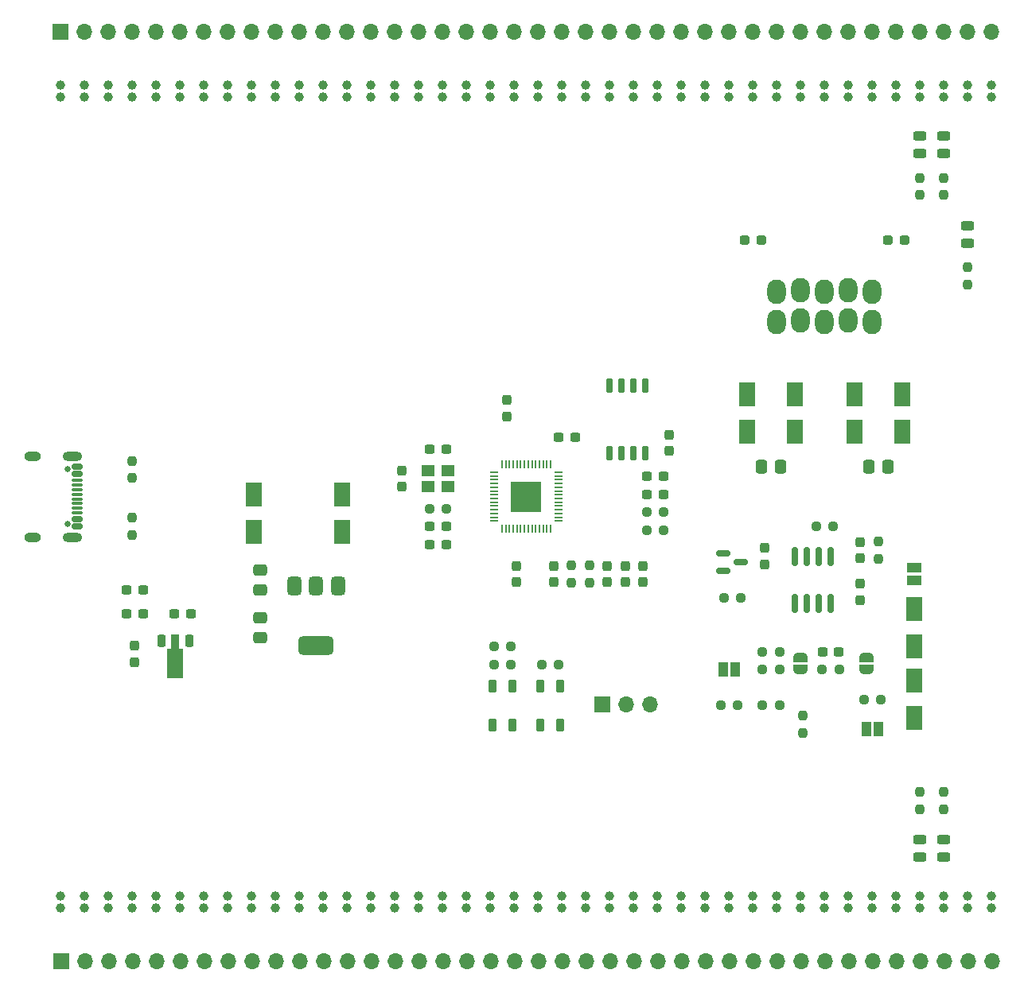
<source format=gbr>
%TF.GenerationSoftware,KiCad,Pcbnew,8.0.4*%
%TF.CreationDate,2024-08-14T20:41:30-04:00*%
%TF.ProjectId,RP2040_Euro_Power,52503230-3430-45f4-9575-726f5f506f77,rev?*%
%TF.SameCoordinates,Original*%
%TF.FileFunction,Soldermask,Top*%
%TF.FilePolarity,Negative*%
%FSLAX46Y46*%
G04 Gerber Fmt 4.6, Leading zero omitted, Abs format (unit mm)*
G04 Created by KiCad (PCBNEW 8.0.4) date 2024-08-14 20:41:30*
%MOMM*%
%LPD*%
G01*
G04 APERTURE LIST*
G04 Aperture macros list*
%AMRoundRect*
0 Rectangle with rounded corners*
0 $1 Rounding radius*
0 $2 $3 $4 $5 $6 $7 $8 $9 X,Y pos of 4 corners*
0 Add a 4 corners polygon primitive as box body*
4,1,4,$2,$3,$4,$5,$6,$7,$8,$9,$2,$3,0*
0 Add four circle primitives for the rounded corners*
1,1,$1+$1,$2,$3*
1,1,$1+$1,$4,$5*
1,1,$1+$1,$6,$7*
1,1,$1+$1,$8,$9*
0 Add four rect primitives between the rounded corners*
20,1,$1+$1,$2,$3,$4,$5,0*
20,1,$1+$1,$4,$5,$6,$7,0*
20,1,$1+$1,$6,$7,$8,$9,0*
20,1,$1+$1,$8,$9,$2,$3,0*%
%AMFreePoly0*
4,1,19,0.500000,-0.750000,0.000000,-0.750000,0.000000,-0.744911,-0.071157,-0.744911,-0.207708,-0.704816,-0.327430,-0.627875,-0.420627,-0.520320,-0.479746,-0.390866,-0.500000,-0.250000,-0.500000,0.250000,-0.479746,0.390866,-0.420627,0.520320,-0.327430,0.627875,-0.207708,0.704816,-0.071157,0.744911,0.000000,0.744911,0.000000,0.750000,0.500000,0.750000,0.500000,-0.750000,0.500000,-0.750000,
$1*%
%AMFreePoly1*
4,1,19,0.000000,0.744911,0.071157,0.744911,0.207708,0.704816,0.327430,0.627875,0.420627,0.520320,0.479746,0.390866,0.500000,0.250000,0.500000,-0.250000,0.479746,-0.390866,0.420627,-0.520320,0.327430,-0.627875,0.207708,-0.704816,0.071157,-0.744911,0.000000,-0.744911,0.000000,-0.750000,-0.500000,-0.750000,-0.500000,0.750000,0.000000,0.750000,0.000000,0.744911,0.000000,0.744911,
$1*%
%AMFreePoly2*
4,1,9,3.862500,-0.866500,0.737500,-0.866500,0.737500,-0.450000,-0.737500,-0.450000,-0.737500,0.450000,0.737500,0.450000,0.737500,0.866500,3.862500,0.866500,3.862500,-0.866500,3.862500,-0.866500,$1*%
G04 Aperture macros list end*
%ADD10C,1.000000*%
%ADD11RoundRect,0.237500X-0.300000X-0.237500X0.300000X-0.237500X0.300000X0.237500X-0.300000X0.237500X0*%
%ADD12RoundRect,0.237500X-0.250000X-0.237500X0.250000X-0.237500X0.250000X0.237500X-0.250000X0.237500X0*%
%ADD13RoundRect,0.250000X0.337500X0.475000X-0.337500X0.475000X-0.337500X-0.475000X0.337500X-0.475000X0*%
%ADD14RoundRect,0.243750X0.456250X-0.243750X0.456250X0.243750X-0.456250X0.243750X-0.456250X-0.243750X0*%
%ADD15FreePoly0,90.000000*%
%ADD16FreePoly1,90.000000*%
%ADD17RoundRect,0.150000X-0.150000X0.650000X-0.150000X-0.650000X0.150000X-0.650000X0.150000X0.650000X0*%
%ADD18RoundRect,0.127000X0.323850X0.524510X-0.323850X0.524510X-0.323850X-0.524510X0.323850X-0.524510X0*%
%ADD19RoundRect,0.237500X0.237500X-0.250000X0.237500X0.250000X-0.237500X0.250000X-0.237500X-0.250000X0*%
%ADD20RoundRect,0.237500X-0.237500X0.300000X-0.237500X-0.300000X0.237500X-0.300000X0.237500X0.300000X0*%
%ADD21R,1.000000X1.500000*%
%ADD22RoundRect,0.237500X0.237500X-0.300000X0.237500X0.300000X-0.237500X0.300000X-0.237500X-0.300000X0*%
%ADD23RoundRect,0.237500X0.300000X0.237500X-0.300000X0.237500X-0.300000X-0.237500X0.300000X-0.237500X0*%
%ADD24RoundRect,0.150000X-0.587500X-0.150000X0.587500X-0.150000X0.587500X0.150000X-0.587500X0.150000X0*%
%ADD25R,1.800000X2.500000*%
%ADD26RoundRect,0.237500X0.287500X0.237500X-0.287500X0.237500X-0.287500X-0.237500X0.287500X-0.237500X0*%
%ADD27RoundRect,0.150000X-0.150000X0.825000X-0.150000X-0.825000X0.150000X-0.825000X0.150000X0.825000X0*%
%ADD28RoundRect,0.237500X-0.287500X-0.237500X0.287500X-0.237500X0.287500X0.237500X-0.287500X0.237500X0*%
%ADD29R,1.500000X1.000000*%
%ADD30RoundRect,0.375000X-0.375000X0.625000X-0.375000X-0.625000X0.375000X-0.625000X0.375000X0.625000X0*%
%ADD31RoundRect,0.500000X-1.400000X0.500000X-1.400000X-0.500000X1.400000X-0.500000X1.400000X0.500000X0*%
%ADD32RoundRect,0.237500X-0.237500X0.250000X-0.237500X-0.250000X0.237500X-0.250000X0.237500X0.250000X0*%
%ADD33RoundRect,0.237500X0.250000X0.237500X-0.250000X0.237500X-0.250000X-0.237500X0.250000X-0.237500X0*%
%ADD34RoundRect,0.250000X0.475000X-0.337500X0.475000X0.337500X-0.475000X0.337500X-0.475000X-0.337500X0*%
%ADD35RoundRect,0.225000X-0.225000X0.425000X-0.225000X-0.425000X0.225000X-0.425000X0.225000X0.425000X0*%
%ADD36FreePoly2,270.000000*%
%ADD37RoundRect,0.243750X-0.456250X0.243750X-0.456250X-0.243750X0.456250X-0.243750X0.456250X0.243750X0*%
%ADD38RoundRect,0.050000X-0.050000X0.387500X-0.050000X-0.387500X0.050000X-0.387500X0.050000X0.387500X0*%
%ADD39RoundRect,0.050000X-0.387500X0.050000X-0.387500X-0.050000X0.387500X-0.050000X0.387500X0.050000X0*%
%ADD40R,3.200000X3.200000*%
%ADD41R,1.400000X1.200000*%
%ADD42RoundRect,0.250000X-0.475000X0.337500X-0.475000X-0.337500X0.475000X-0.337500X0.475000X0.337500X0*%
%ADD43O,2.003200X2.603200*%
%ADD44C,0.650000*%
%ADD45RoundRect,0.150000X-0.425000X0.150000X-0.425000X-0.150000X0.425000X-0.150000X0.425000X0.150000X0*%
%ADD46RoundRect,0.075000X-0.500000X0.075000X-0.500000X-0.075000X0.500000X-0.075000X0.500000X0.075000X0*%
%ADD47O,2.100000X1.000000*%
%ADD48O,1.800000X1.000000*%
%ADD49RoundRect,0.250000X-0.337500X-0.475000X0.337500X-0.475000X0.337500X0.475000X-0.337500X0.475000X0*%
%ADD50R,1.700000X1.700000*%
%ADD51O,1.700000X1.700000*%
G04 APERTURE END LIST*
D10*
%TO.C,JP180*%
X178487000Y-135717000D03*
X178487000Y-137017000D03*
%TD*%
%TO.C,JP179*%
X175947000Y-135702000D03*
X175947000Y-137002000D03*
%TD*%
%TO.C,JP178*%
X173407000Y-135717000D03*
X173407000Y-137017000D03*
%TD*%
%TO.C,JP177*%
X170867000Y-135702000D03*
X170867000Y-137002000D03*
%TD*%
%TO.C,JP176*%
X168327000Y-135717000D03*
X168327000Y-137017000D03*
%TD*%
%TO.C,JP175*%
X165787000Y-135702000D03*
X165787000Y-137002000D03*
%TD*%
%TO.C,JP174*%
X163247000Y-135702000D03*
X163247000Y-137002000D03*
%TD*%
%TO.C,JP173*%
X160707000Y-135717000D03*
X160707000Y-137017000D03*
%TD*%
%TO.C,JP172*%
X158167000Y-135717000D03*
X158167000Y-137017000D03*
%TD*%
%TO.C,JP171*%
X155627000Y-135702000D03*
X155627000Y-137002000D03*
%TD*%
%TO.C,JP170*%
X153087000Y-135717000D03*
X153087000Y-137017000D03*
%TD*%
%TO.C,JP169*%
X150547000Y-135702000D03*
X150547000Y-137002000D03*
%TD*%
%TO.C,JP168*%
X148007000Y-135702000D03*
X148007000Y-137002000D03*
%TD*%
%TO.C,JP167*%
X145467000Y-135702000D03*
X145467000Y-137002000D03*
%TD*%
%TO.C,JP166*%
X142927000Y-135702000D03*
X142927000Y-137002000D03*
%TD*%
%TO.C,JP165*%
X140387000Y-135702000D03*
X140387000Y-137002000D03*
%TD*%
%TO.C,JP164*%
X137847000Y-135717000D03*
X137847000Y-137017000D03*
%TD*%
%TO.C,JP163*%
X135307000Y-135702000D03*
X135307000Y-137002000D03*
%TD*%
%TO.C,JP162*%
X132767000Y-135702000D03*
X132767000Y-137002000D03*
%TD*%
%TO.C,JP161*%
X130227000Y-135702000D03*
X130227000Y-137002000D03*
%TD*%
%TO.C,JP160*%
X127687000Y-135687000D03*
X127687000Y-136987000D03*
%TD*%
%TO.C,JP159*%
X125147000Y-135702000D03*
X125147000Y-137002000D03*
%TD*%
%TO.C,JP158*%
X122607000Y-135687000D03*
X122607000Y-136987000D03*
%TD*%
%TO.C,JP157*%
X120067000Y-135687000D03*
X120067000Y-136987000D03*
%TD*%
%TO.C,JP156*%
X117527000Y-135687000D03*
X117527000Y-136987000D03*
%TD*%
%TO.C,JP155*%
X114987000Y-135687000D03*
X114987000Y-136987000D03*
%TD*%
%TO.C,JP154*%
X112447000Y-135687000D03*
X112447000Y-136987000D03*
%TD*%
%TO.C,JP153*%
X109907000Y-135717000D03*
X109907000Y-137017000D03*
%TD*%
%TO.C,JP152*%
X107367000Y-135702000D03*
X107367000Y-137002000D03*
%TD*%
%TO.C,JP151*%
X104827000Y-135717000D03*
X104827000Y-137017000D03*
%TD*%
%TO.C,JP150*%
X102287000Y-135717000D03*
X102287000Y-137017000D03*
%TD*%
%TO.C,JP149*%
X99747000Y-135717000D03*
X99747000Y-137017000D03*
%TD*%
%TO.C,JP148*%
X97207000Y-135702000D03*
X97207000Y-137002000D03*
%TD*%
%TO.C,JP147*%
X94667000Y-135717000D03*
X94667000Y-137017000D03*
%TD*%
%TO.C,JP146*%
X92127000Y-135702000D03*
X92127000Y-137002000D03*
%TD*%
%TO.C,JP145*%
X89587000Y-135717000D03*
X89587000Y-137017000D03*
%TD*%
%TO.C,JP144*%
X87047000Y-135702000D03*
X87047000Y-137002000D03*
%TD*%
%TO.C,JP143*%
X84507000Y-135702000D03*
X84507000Y-137002000D03*
%TD*%
%TO.C,JP142*%
X81967000Y-135717000D03*
X81967000Y-137017000D03*
%TD*%
%TO.C,JP141*%
X79427000Y-135702000D03*
X79427000Y-137002000D03*
%TD*%
%TO.C,JP140*%
X178487000Y-49327000D03*
X178487000Y-50627000D03*
%TD*%
%TO.C,JP139*%
X175947000Y-49342000D03*
X175947000Y-50642000D03*
%TD*%
%TO.C,JP138*%
X173407000Y-49342000D03*
X173407000Y-50642000D03*
%TD*%
%TO.C,JP137*%
X170867000Y-49342000D03*
X170867000Y-50642000D03*
%TD*%
%TO.C,JP136*%
X168327000Y-49342000D03*
X168327000Y-50642000D03*
%TD*%
%TO.C,JP135*%
X165787000Y-49342000D03*
X165787000Y-50642000D03*
%TD*%
%TO.C,JP134*%
X163247000Y-49342000D03*
X163247000Y-50642000D03*
%TD*%
%TO.C,JP133*%
X160707000Y-49342000D03*
X160707000Y-50642000D03*
%TD*%
%TO.C,JP132*%
X158167000Y-49342000D03*
X158167000Y-50642000D03*
%TD*%
%TO.C,JP131*%
X155627000Y-49327000D03*
X155627000Y-50627000D03*
%TD*%
%TO.C,JP130*%
X153087000Y-50627000D03*
X153087000Y-49327000D03*
%TD*%
%TO.C,JP129*%
X150547000Y-50642000D03*
X150547000Y-49342000D03*
%TD*%
%TO.C,JP128*%
X148007000Y-50642000D03*
X148007000Y-49342000D03*
%TD*%
%TO.C,JP127*%
X145467000Y-50642000D03*
X145467000Y-49342000D03*
%TD*%
%TO.C,JP126*%
X142927000Y-49342000D03*
X142927000Y-50642000D03*
%TD*%
%TO.C,JP125*%
X140387000Y-49327000D03*
X140387000Y-50627000D03*
%TD*%
%TO.C,JP124*%
X137847000Y-49342000D03*
X137847000Y-50642000D03*
%TD*%
%TO.C,JP123*%
X135307000Y-49342000D03*
X135307000Y-50642000D03*
%TD*%
%TO.C,JP122*%
X132767000Y-49327000D03*
X132767000Y-50627000D03*
%TD*%
%TO.C,JP121*%
X130227000Y-49312000D03*
X130227000Y-50612000D03*
%TD*%
%TO.C,JP120*%
X127687000Y-49342000D03*
X127687000Y-50642000D03*
%TD*%
%TO.C,JP119*%
X125147000Y-49342000D03*
X125147000Y-50642000D03*
%TD*%
%TO.C,JP118*%
X122607000Y-49342000D03*
X122607000Y-50642000D03*
%TD*%
%TO.C,JP117*%
X120067000Y-49312000D03*
X120067000Y-50612000D03*
%TD*%
%TO.C,JP116*%
X117527000Y-49327000D03*
X117527000Y-50627000D03*
%TD*%
%TO.C,JP115*%
X114987000Y-49327000D03*
X114987000Y-50627000D03*
%TD*%
%TO.C,JP114*%
X112447000Y-49342000D03*
X112447000Y-50642000D03*
%TD*%
%TO.C,JP113*%
X109907000Y-49312000D03*
X109907000Y-50612000D03*
%TD*%
%TO.C,JP112*%
X107367000Y-49342000D03*
X107367000Y-50642000D03*
%TD*%
%TO.C,JP111*%
X104827000Y-49342000D03*
X104827000Y-50642000D03*
%TD*%
%TO.C,JP110*%
X102287000Y-49327000D03*
X102287000Y-50627000D03*
%TD*%
%TO.C,JP109*%
X99747000Y-49312000D03*
X99747000Y-50612000D03*
%TD*%
%TO.C,JP108*%
X97207000Y-49312000D03*
X97207000Y-50612000D03*
%TD*%
%TO.C,JP107*%
X94667000Y-49312000D03*
X94667000Y-50612000D03*
%TD*%
%TO.C,JP106*%
X92127000Y-49312000D03*
X92127000Y-50612000D03*
%TD*%
%TO.C,JP105*%
X89587000Y-49327000D03*
X89587000Y-50627000D03*
%TD*%
%TO.C,JP104*%
X87047000Y-49312000D03*
X87047000Y-50612000D03*
%TD*%
%TO.C,JP103*%
X84507000Y-49327000D03*
X84507000Y-50627000D03*
%TD*%
%TO.C,JP102*%
X81967000Y-49327000D03*
X81967000Y-50627000D03*
%TD*%
%TO.C,JP101*%
X79412000Y-49327000D03*
X79412000Y-50627000D03*
%TD*%
D11*
%TO.C,C21*%
X86438500Y-105618000D03*
X88163500Y-105618000D03*
%TD*%
D12*
%TO.C,R8*%
X159794500Y-96347000D03*
X161619500Y-96347000D03*
%TD*%
D13*
%TO.C,C6*%
X156029500Y-89997000D03*
X153954500Y-89997000D03*
%TD*%
D14*
%TO.C,D7*%
X173407000Y-131574500D03*
X173407000Y-129699500D03*
%TD*%
D15*
%TO.C,JP201*%
X165152000Y-111602000D03*
D16*
X165152000Y-110302000D03*
%TD*%
D12*
%TO.C,R1*%
X118646500Y-94442000D03*
X120471500Y-94442000D03*
%TD*%
D17*
%TO.C,U2*%
X141657000Y-81317000D03*
X140387000Y-81317000D03*
X139117000Y-81317000D03*
X137847000Y-81317000D03*
X137847000Y-88517000D03*
X139117000Y-88517000D03*
X140387000Y-88517000D03*
X141657000Y-88517000D03*
%TD*%
D18*
%TO.C,SW2*%
X130422580Y-117469640D03*
X130422580Y-113324360D03*
X132571420Y-117469640D03*
X132571420Y-113324360D03*
%TD*%
D19*
%TO.C,R14*%
X135688000Y-102339500D03*
X135688000Y-100514500D03*
%TD*%
D12*
%TO.C,R23*%
X164874500Y-114762000D03*
X166699500Y-114762000D03*
%TD*%
D20*
%TO.C,C13*%
X131878000Y-100564500D03*
X131878000Y-102289500D03*
%TD*%
%TO.C,C22*%
X164517000Y-98024500D03*
X164517000Y-99749500D03*
%TD*%
D21*
%TO.C,JP2*%
X149897000Y-111587000D03*
X151197000Y-111587000D03*
%TD*%
D22*
%TO.C,C14*%
X126925000Y-84636500D03*
X126925000Y-82911500D03*
%TD*%
D11*
%TO.C,C15*%
X141810500Y-92918000D03*
X143535500Y-92918000D03*
%TD*%
D23*
%TO.C,C20*%
X93243500Y-105618000D03*
X91518500Y-105618000D03*
%TD*%
D22*
%TO.C,C19*%
X164517000Y-104194500D03*
X164517000Y-102469500D03*
%TD*%
D24*
%TO.C,U101*%
X149942000Y-99207000D03*
X149942000Y-101107000D03*
X151817000Y-100157000D03*
%TD*%
D23*
%TO.C,C11*%
X120421500Y-96347000D03*
X118696500Y-96347000D03*
%TD*%
D12*
%TO.C,R5*%
X154079500Y-111587000D03*
X155904500Y-111587000D03*
%TD*%
%TO.C,R26*%
X154079500Y-109682000D03*
X155904500Y-109682000D03*
%TD*%
D20*
%TO.C,C25*%
X154357000Y-98659500D03*
X154357000Y-100384500D03*
%TD*%
D25*
%TO.C,D4*%
X152452000Y-82282000D03*
X152452000Y-86282000D03*
%TD*%
D26*
%TO.C,FB1*%
X169202000Y-65867000D03*
X167452000Y-65867000D03*
%TD*%
D27*
%TO.C,U7*%
X161342000Y-99587000D03*
X160072000Y-99587000D03*
X158802000Y-99587000D03*
X157532000Y-99587000D03*
X157532000Y-104537000D03*
X158802000Y-104537000D03*
X160072000Y-104537000D03*
X161342000Y-104537000D03*
%TD*%
D25*
%TO.C,D13*%
X157532000Y-82282000D03*
X157532000Y-86282000D03*
%TD*%
D12*
%TO.C,R2*%
X160429500Y-111587000D03*
X162254500Y-111587000D03*
%TD*%
D18*
%TO.C,SW1*%
X125342580Y-117469640D03*
X125342580Y-113324360D03*
X127491420Y-117469640D03*
X127491420Y-113324360D03*
%TD*%
D12*
%TO.C,R24*%
X149634500Y-115397000D03*
X151459500Y-115397000D03*
%TD*%
D19*
%TO.C,R16*%
X170867000Y-126469500D03*
X170867000Y-124644500D03*
%TD*%
D28*
%TO.C,FB2*%
X152212000Y-65867000D03*
X153962000Y-65867000D03*
%TD*%
D21*
%TO.C,JP4*%
X165122000Y-117937000D03*
X166422000Y-117937000D03*
%TD*%
D15*
%TO.C,JP1*%
X158167000Y-111602000D03*
D16*
X158167000Y-110302000D03*
%TD*%
D29*
%TO.C,JP3*%
X170232000Y-102077000D03*
X170232000Y-100777000D03*
%TD*%
D20*
%TO.C,C16*%
X141403000Y-100564500D03*
X141403000Y-102289500D03*
%TD*%
D30*
%TO.C,U4*%
X108905000Y-102722000D03*
X106605000Y-102722000D03*
D31*
X106605000Y-109022000D03*
D30*
X104305000Y-102722000D03*
%TD*%
D11*
%TO.C,C9*%
X132412500Y-86822000D03*
X134137500Y-86822000D03*
%TD*%
D12*
%TO.C,R21*%
X154079500Y-115397000D03*
X155904500Y-115397000D03*
%TD*%
D32*
%TO.C,R18*%
X173407000Y-59239500D03*
X173407000Y-61064500D03*
%TD*%
D33*
%TO.C,R4*%
X127329500Y-111079000D03*
X125504500Y-111079000D03*
%TD*%
D25*
%TO.C,D3*%
X168962000Y-86282000D03*
X168962000Y-82282000D03*
%TD*%
D12*
%TO.C,R11*%
X141760500Y-96728000D03*
X143585500Y-96728000D03*
%TD*%
D20*
%TO.C,C24*%
X87301000Y-109073500D03*
X87301000Y-110798500D03*
%TD*%
D12*
%TO.C,R10*%
X141760500Y-94823000D03*
X143585500Y-94823000D03*
%TD*%
D25*
%TO.C,D1*%
X170232000Y-105142000D03*
X170232000Y-109142000D03*
%TD*%
%TO.C,D5*%
X100001000Y-96950000D03*
X100001000Y-92950000D03*
%TD*%
%TO.C,D11*%
X163882000Y-86282000D03*
X163882000Y-82282000D03*
%TD*%
D32*
%TO.C,R20*%
X170867000Y-59239500D03*
X170867000Y-61064500D03*
%TD*%
%TO.C,R13*%
X87047000Y-95434500D03*
X87047000Y-97259500D03*
%TD*%
D34*
%TO.C,C8*%
X100636000Y-108179500D03*
X100636000Y-106104500D03*
%TD*%
D20*
%TO.C,C12*%
X127941000Y-100564500D03*
X127941000Y-102289500D03*
%TD*%
D35*
%TO.C,U1*%
X93119000Y-108494000D03*
D36*
X91619000Y-108581500D03*
D35*
X90119000Y-108494000D03*
%TD*%
D37*
%TO.C,D2*%
X170867000Y-129699500D03*
X170867000Y-131574500D03*
%TD*%
D38*
%TO.C,U5*%
X131557000Y-89734500D03*
X131157000Y-89734500D03*
X130757000Y-89734500D03*
X130357000Y-89734500D03*
X129957000Y-89734500D03*
X129557000Y-89734500D03*
X129157000Y-89734500D03*
X128757000Y-89734500D03*
X128357000Y-89734500D03*
X127957000Y-89734500D03*
X127557000Y-89734500D03*
X127157000Y-89734500D03*
X126757000Y-89734500D03*
X126357000Y-89734500D03*
D39*
X125519500Y-90572000D03*
X125519500Y-90972000D03*
X125519500Y-91372000D03*
X125519500Y-91772000D03*
X125519500Y-92172000D03*
X125519500Y-92572000D03*
X125519500Y-92972000D03*
X125519500Y-93372000D03*
X125519500Y-93772000D03*
X125519500Y-94172000D03*
X125519500Y-94572000D03*
X125519500Y-94972000D03*
X125519500Y-95372000D03*
X125519500Y-95772000D03*
D38*
X126357000Y-96609500D03*
X126757000Y-96609500D03*
X127157000Y-96609500D03*
X127557000Y-96609500D03*
X127957000Y-96609500D03*
X128357000Y-96609500D03*
X128757000Y-96609500D03*
X129157000Y-96609500D03*
X129557000Y-96609500D03*
X129957000Y-96609500D03*
X130357000Y-96609500D03*
X130757000Y-96609500D03*
X131157000Y-96609500D03*
X131557000Y-96609500D03*
D39*
X132394500Y-95772000D03*
X132394500Y-95372000D03*
X132394500Y-94972000D03*
X132394500Y-94572000D03*
X132394500Y-94172000D03*
X132394500Y-93772000D03*
X132394500Y-93372000D03*
X132394500Y-92972000D03*
X132394500Y-92572000D03*
X132394500Y-92172000D03*
X132394500Y-91772000D03*
X132394500Y-91372000D03*
X132394500Y-90972000D03*
X132394500Y-90572000D03*
D40*
X128957000Y-93172000D03*
%TD*%
D20*
%TO.C,C10*%
X139498000Y-100564500D03*
X139498000Y-102289500D03*
%TD*%
D41*
%TO.C,Y1*%
X120659000Y-90417000D03*
X118459000Y-90417000D03*
X118459000Y-92117000D03*
X120659000Y-92117000D03*
%TD*%
D20*
%TO.C,C2*%
X115749000Y-90404500D03*
X115749000Y-92129500D03*
%TD*%
D32*
%TO.C,R15*%
X133783000Y-100514500D03*
X133783000Y-102339500D03*
%TD*%
D19*
%TO.C,R17*%
X173407000Y-126469500D03*
X173407000Y-124644500D03*
%TD*%
D22*
%TO.C,C3*%
X144197000Y-88319500D03*
X144197000Y-86594500D03*
%TD*%
D11*
%TO.C,C1*%
X118696500Y-88092000D03*
X120421500Y-88092000D03*
%TD*%
%TO.C,C23*%
X86438500Y-103078000D03*
X88163500Y-103078000D03*
%TD*%
D23*
%TO.C,C17*%
X120421500Y-98252000D03*
X118696500Y-98252000D03*
%TD*%
%TO.C,C18*%
X143535500Y-91013000D03*
X141810500Y-91013000D03*
%TD*%
D14*
%TO.C,D10*%
X170867000Y-56644500D03*
X170867000Y-54769500D03*
%TD*%
D33*
%TO.C,R6*%
X132409500Y-111079000D03*
X130584500Y-111079000D03*
%TD*%
D32*
%TO.C,R7*%
X166422000Y-97974500D03*
X166422000Y-99799500D03*
%TD*%
D19*
%TO.C,R12*%
X87047000Y-91187000D03*
X87047000Y-89362000D03*
%TD*%
D33*
%TO.C,R3*%
X127329500Y-109139000D03*
X125504500Y-109139000D03*
%TD*%
D11*
%TO.C,C26*%
X160479500Y-109682000D03*
X162204500Y-109682000D03*
%TD*%
D19*
%TO.C,R22*%
X158421000Y-118341500D03*
X158421000Y-116516500D03*
%TD*%
D42*
%TO.C,C7*%
X100636000Y-101024500D03*
X100636000Y-103099500D03*
%TD*%
D14*
%TO.C,D9*%
X175947000Y-66169500D03*
X175947000Y-64294500D03*
%TD*%
D43*
%TO.C,J3*%
X155587000Y-74595625D03*
X155587000Y-71401625D03*
X158127000Y-74392425D03*
X158127000Y-71198425D03*
X160667000Y-74595625D03*
X160667000Y-71401625D03*
X163207000Y-74392425D03*
X163207000Y-71198425D03*
X165747000Y-74595625D03*
X165747000Y-71401625D03*
%TD*%
D25*
%TO.C,D6*%
X109399000Y-96950000D03*
X109399000Y-92950000D03*
%TD*%
D20*
%TO.C,C4*%
X137593000Y-100564500D03*
X137593000Y-102289500D03*
%TD*%
D33*
%TO.C,R9*%
X151792000Y-103967000D03*
X149967000Y-103967000D03*
%TD*%
D44*
%TO.C,J4*%
X80127000Y-90282000D03*
X80127000Y-96062000D03*
D45*
X81202000Y-89972000D03*
X81202000Y-90772000D03*
D46*
X81202000Y-91922000D03*
X81202000Y-92922000D03*
X81202000Y-93422000D03*
X81202000Y-94422000D03*
D45*
X81202000Y-95572000D03*
X81202000Y-96372000D03*
X81202000Y-96372000D03*
X81202000Y-95572000D03*
D46*
X81202000Y-94922000D03*
X81202000Y-93922000D03*
X81202000Y-92422000D03*
X81202000Y-91422000D03*
D45*
X81202000Y-90772000D03*
X81202000Y-89972000D03*
D47*
X80627000Y-88852000D03*
D48*
X76447000Y-88852000D03*
D47*
X80627000Y-97492000D03*
D48*
X76447000Y-97492000D03*
%TD*%
D49*
%TO.C,C5*%
X165384500Y-89997000D03*
X167459500Y-89997000D03*
%TD*%
D25*
%TO.C,D12*%
X170232000Y-112762000D03*
X170232000Y-116762000D03*
%TD*%
D50*
%TO.C,J5*%
X137085000Y-115270000D03*
D51*
X139625000Y-115270000D03*
X142165000Y-115270000D03*
%TD*%
D14*
%TO.C,D8*%
X173407000Y-56644500D03*
X173407000Y-54769500D03*
%TD*%
D32*
%TO.C,R19*%
X175947000Y-68764500D03*
X175947000Y-70589500D03*
%TD*%
D50*
%TO.C,J1*%
X79427000Y-43642000D03*
D51*
X81967000Y-43642000D03*
X84507000Y-43642000D03*
X87047000Y-43642000D03*
X89587000Y-43642000D03*
X92127000Y-43642000D03*
X94667000Y-43642000D03*
X97207000Y-43642000D03*
X99747000Y-43642000D03*
X102287000Y-43642000D03*
X104827000Y-43642000D03*
X107367000Y-43642000D03*
X109907000Y-43642000D03*
X112447000Y-43642000D03*
X114987000Y-43642000D03*
X117527000Y-43642000D03*
X120067000Y-43642000D03*
X122607000Y-43642000D03*
X125147000Y-43642000D03*
X127687000Y-43642000D03*
X130227000Y-43642000D03*
X132767000Y-43642000D03*
X135307000Y-43642000D03*
X137847000Y-43642000D03*
X140387000Y-43642000D03*
X142927000Y-43642000D03*
X145467000Y-43642000D03*
X148007000Y-43642000D03*
X150547000Y-43642000D03*
X153087000Y-43642000D03*
X155627000Y-43642000D03*
X158167000Y-43642000D03*
X160707000Y-43642000D03*
X163247000Y-43642000D03*
X165787000Y-43642000D03*
X168327000Y-43642000D03*
X170867000Y-43642000D03*
X173407000Y-43642000D03*
X175947000Y-43642000D03*
X178487000Y-43642000D03*
%TD*%
D50*
%TO.C,J2*%
X79465000Y-142667000D03*
D51*
X82005000Y-142667000D03*
X84545000Y-142667000D03*
X87085000Y-142667000D03*
X89625000Y-142667000D03*
X92165000Y-142667000D03*
X94705000Y-142667000D03*
X97245000Y-142667000D03*
X99785000Y-142667000D03*
X102325000Y-142667000D03*
X104865000Y-142667000D03*
X107405000Y-142667000D03*
X109945000Y-142667000D03*
X112485000Y-142667000D03*
X115025000Y-142667000D03*
X117565000Y-142667000D03*
X120105000Y-142667000D03*
X122645000Y-142667000D03*
X125185000Y-142667000D03*
X127725000Y-142667000D03*
X130265000Y-142667000D03*
X132805000Y-142667000D03*
X135345000Y-142667000D03*
X137885000Y-142667000D03*
X140425000Y-142667000D03*
X142965000Y-142667000D03*
X145505000Y-142667000D03*
X148045000Y-142667000D03*
X150585000Y-142667000D03*
X153125000Y-142667000D03*
X155665000Y-142667000D03*
X158205000Y-142667000D03*
X160745000Y-142667000D03*
X163285000Y-142667000D03*
X165825000Y-142667000D03*
X168365000Y-142667000D03*
X170905000Y-142667000D03*
X173445000Y-142667000D03*
X175985000Y-142667000D03*
X178525000Y-142667000D03*
%TD*%
M02*

</source>
